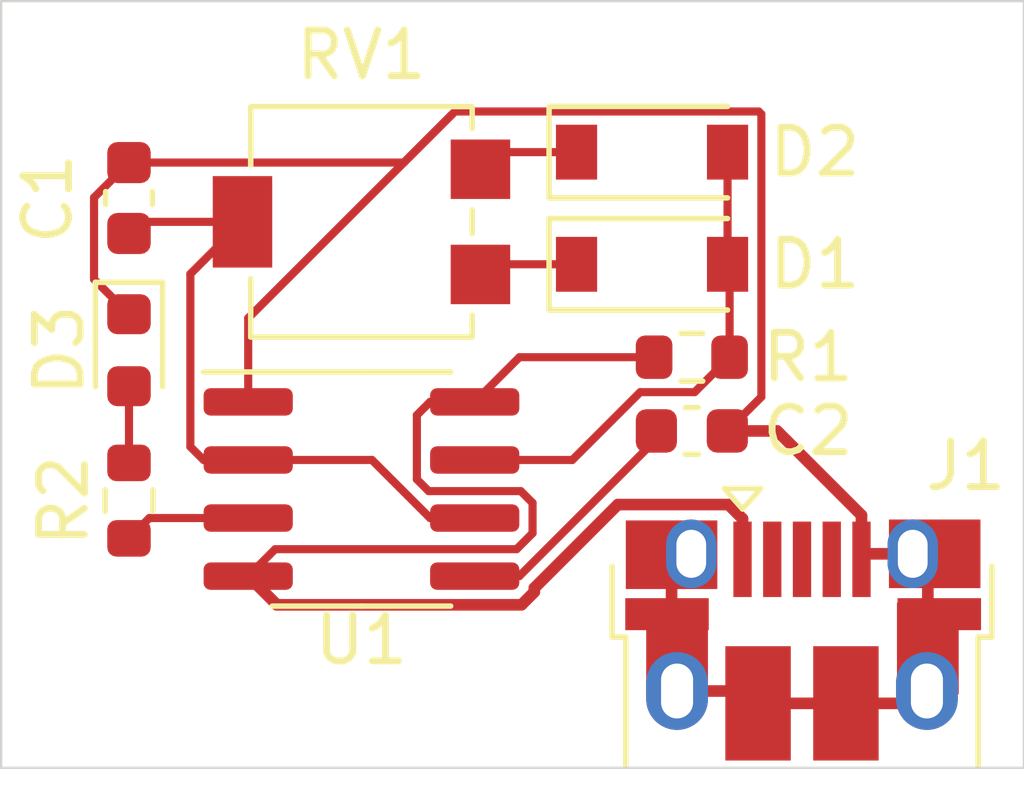
<source format=kicad_pcb>
(kicad_pcb (version 20171130) (host pcbnew "(5.1.8)-1")

  (general
    (thickness 1.6)
    (drawings 4)
    (tracks 82)
    (zones 0)
    (modules 10)
    (nets 13)
  )

  (page A4)
  (layers
    (0 F.Cu signal)
    (31 B.Cu signal)
    (32 B.Adhes user)
    (33 F.Adhes user)
    (34 B.Paste user)
    (35 F.Paste user)
    (36 B.SilkS user)
    (37 F.SilkS user)
    (38 B.Mask user)
    (39 F.Mask user)
    (40 Dwgs.User user)
    (41 Cmts.User user)
    (42 Eco1.User user)
    (43 Eco2.User user)
    (44 Edge.Cuts user)
    (45 Margin user)
    (46 B.CrtYd user)
    (47 F.CrtYd user)
    (48 B.Fab user hide)
    (49 F.Fab user hide)
  )

  (setup
    (last_trace_width 0.381)
    (user_trace_width 0.1524)
    (user_trace_width 0.1778)
    (user_trace_width 0.254)
    (user_trace_width 0.3048)
    (user_trace_width 0.381)
    (user_trace_width 0.508)
    (user_trace_width 0.635)
    (user_trace_width 0.889)
    (user_trace_width 1.016)
    (user_trace_width 1.27)
    (user_trace_width 1.905)
    (user_trace_width 2.54)
    (trace_clearance 0.2)
    (zone_clearance 0.508)
    (zone_45_only no)
    (trace_min 0.1)
    (via_size 0.8)
    (via_drill 0.4)
    (via_min_size 0.4)
    (via_min_drill 0.3)
    (user_via 0.6096 0.3048)
    (user_via 0.6604 0.3302)
    (user_via 0.889 0.381)
    (user_via 1.397 0.635)
    (uvia_size 0.3)
    (uvia_drill 0.1)
    (uvias_allowed no)
    (uvia_min_size 0.2)
    (uvia_min_drill 0.1)
    (edge_width 0.05)
    (segment_width 0.2)
    (pcb_text_width 0.3)
    (pcb_text_size 1.5 1.5)
    (mod_edge_width 0.12)
    (mod_text_size 1 1)
    (mod_text_width 0.15)
    (pad_size 1.524 1.524)
    (pad_drill 0.762)
    (pad_to_mask_clearance 0)
    (aux_axis_origin 0 0)
    (visible_elements FFFFFF7F)
    (pcbplotparams
      (layerselection 0x010fc_ffffffff)
      (usegerberextensions false)
      (usegerberattributes true)
      (usegerberadvancedattributes true)
      (creategerberjobfile true)
      (excludeedgelayer true)
      (linewidth 0.100000)
      (plotframeref false)
      (viasonmask false)
      (mode 1)
      (useauxorigin false)
      (hpglpennumber 1)
      (hpglpenspeed 20)
      (hpglpendiameter 15.000000)
      (psnegative false)
      (psa4output false)
      (plotreference true)
      (plotvalue true)
      (plotinvisibletext false)
      (padsonsilk false)
      (subtractmaskfromsilk false)
      (outputformat 1)
      (mirror false)
      (drillshape 1)
      (scaleselection 1)
      (outputdirectory ""))
  )

  (net 0 "")
  (net 1 "Net-(D1-Pad2)")
  (net 2 "Net-(D1-Pad1)")
  (net 3 "Net-(D3-Pad2)")
  (net 4 "Net-(D2-Pad1)")
  (net 5 GND)
  (net 6 "Net-(C1-Pad1)")
  (net 7 "Net-(C2-Pad1)")
  (net 8 +5V)
  (net 9 "Net-(R2-Pad1)")
  (net 10 "Net-(J1-Pad4)")
  (net 11 "Net-(J1-Pad3)")
  (net 12 "Net-(J1-Pad2)")

  (net_class Default "This is the default net class."
    (clearance 0.2)
    (trace_width 0.25)
    (via_dia 0.8)
    (via_drill 0.4)
    (uvia_dia 0.3)
    (uvia_drill 0.1)
    (add_net +5V)
    (add_net GND)
    (add_net "Net-(C1-Pad1)")
    (add_net "Net-(C2-Pad1)")
    (add_net "Net-(D1-Pad1)")
    (add_net "Net-(D1-Pad2)")
    (add_net "Net-(D2-Pad1)")
    (add_net "Net-(D3-Pad2)")
    (add_net "Net-(J1-Pad2)")
    (add_net "Net-(J1-Pad3)")
    (add_net "Net-(J1-Pad4)")
    (add_net "Net-(R2-Pad1)")
  )

  (module Connector_USB:USB_Micro-B_Amphenol_10103594-0001LF_Horizontal (layer F.Cu) (tedit 5A1DC0BD) (tstamp 61AAC584)
    (at 134.874 97.79)
    (descr "Micro USB Type B 10103594-0001LF, http://cdn.amphenol-icc.com/media/wysiwyg/files/drawing/10103594.pdf")
    (tags "USB USB_B USB_micro USB_OTG")
    (path /61AD994D)
    (attr smd)
    (fp_text reference J1 (at 3.556 -3.81) (layer F.SilkS)
      (effects (font (size 1 1) (thickness 0.15)))
    )
    (fp_text value USB_B_Micro (at -0.025 4.435) (layer F.Fab)
      (effects (font (size 1 1) (thickness 0.15)))
    )
    (fp_text user %R (at -0.025 -0.015) (layer F.Fab)
      (effects (font (size 1 1) (thickness 0.15)))
    )
    (fp_text user "PCB edge" (at -0.025 2.235) (layer Dwgs.User)
      (effects (font (size 0.5 0.5) (thickness 0.075)))
    )
    (fp_line (start -4.175 -0.065) (end -4.175 -1.615) (layer F.SilkS) (width 0.12))
    (fp_line (start -4.175 -0.065) (end -3.875 -0.065) (layer F.SilkS) (width 0.12))
    (fp_line (start -3.875 2.735) (end -3.875 -0.065) (layer F.SilkS) (width 0.12))
    (fp_line (start 4.125 -0.065) (end 4.125 -1.615) (layer F.SilkS) (width 0.12))
    (fp_line (start 3.825 -0.065) (end 4.125 -0.065) (layer F.SilkS) (width 0.12))
    (fp_line (start 3.825 2.735) (end 3.825 -0.065) (layer F.SilkS) (width 0.12))
    (fp_line (start -0.925 -3.315) (end -1.325 -2.865) (layer F.SilkS) (width 0.12))
    (fp_line (start -1.725 -3.315) (end -0.925 -3.315) (layer F.SilkS) (width 0.12))
    (fp_line (start -1.325 -2.865) (end -1.725 -3.315) (layer F.SilkS) (width 0.12))
    (fp_line (start -3.775 -0.865) (end -2.975 -1.615) (layer F.Fab) (width 0.12))
    (fp_line (start 3.725 3.335) (end -3.775 3.335) (layer F.Fab) (width 0.12))
    (fp_line (start 3.725 -1.615) (end 3.725 3.335) (layer F.Fab) (width 0.12))
    (fp_line (start -2.975 -1.615) (end 3.725 -1.615) (layer F.Fab) (width 0.12))
    (fp_line (start -3.775 3.335) (end -3.775 -0.865) (layer F.Fab) (width 0.12))
    (fp_line (start -4.025 2.835) (end 3.975 2.835) (layer Dwgs.User) (width 0.1))
    (fp_line (start -4.13 -2.88) (end 4.14 -2.88) (layer F.CrtYd) (width 0.05))
    (fp_line (start -4.13 -2.88) (end -4.13 3.58) (layer F.CrtYd) (width 0.05))
    (fp_line (start 4.14 3.58) (end 4.14 -2.88) (layer F.CrtYd) (width 0.05))
    (fp_line (start 4.14 3.58) (end -4.13 3.58) (layer F.CrtYd) (width 0.05))
    (pad 6 smd rect (at 0.935 1.385 90) (size 2.5 1.43) (layers F.Cu F.Paste F.Mask)
      (net 5 GND))
    (pad 6 smd rect (at -0.985 1.385 90) (size 2.5 1.43) (layers F.Cu F.Paste F.Mask)
      (net 5 GND))
    (pad 6 thru_hole oval (at 2.705 1.115 90) (size 1.7 1.35) (drill oval 1.2 0.7) (layers *.Cu *.Mask)
      (net 5 GND))
    (pad 6 thru_hole oval (at -2.755 1.115 90) (size 1.7 1.35) (drill oval 1.2 0.7) (layers *.Cu *.Mask)
      (net 5 GND))
    (pad 6 thru_hole oval (at 2.395 -1.885 90) (size 1.5 1.1) (drill oval 1.05 0.65) (layers *.Cu *.Mask)
      (net 5 GND))
    (pad 6 thru_hole oval (at -2.445 -1.885 90) (size 1.5 1.1) (drill oval 1.05 0.65) (layers *.Cu *.Mask)
      (net 5 GND))
    (pad 5 smd rect (at 1.275 -1.765 90) (size 1.65 0.4) (layers F.Cu F.Paste F.Mask)
      (net 5 GND))
    (pad 4 smd rect (at 0.625 -1.765 90) (size 1.65 0.4) (layers F.Cu F.Paste F.Mask)
      (net 10 "Net-(J1-Pad4)"))
    (pad 3 smd rect (at -0.025 -1.765 90) (size 1.65 0.4) (layers F.Cu F.Paste F.Mask)
      (net 11 "Net-(J1-Pad3)"))
    (pad 2 smd rect (at -0.675 -1.765 90) (size 1.65 0.4) (layers F.Cu F.Paste F.Mask)
      (net 12 "Net-(J1-Pad2)"))
    (pad 1 smd rect (at -1.325 -1.765 90) (size 1.65 0.4) (layers F.Cu F.Paste F.Mask)
      (net 8 +5V))
    (pad 6 smd rect (at 2.875 -1.885) (size 2 1.5) (layers F.Cu F.Paste F.Mask)
      (net 5 GND))
    (pad 6 smd rect (at -2.875 -1.865) (size 2 1.5) (layers F.Cu F.Paste F.Mask)
      (net 5 GND))
    (pad 6 smd rect (at 2.975 -0.565) (size 1.825 0.7) (layers F.Cu F.Paste F.Mask)
      (net 5 GND))
    (pad 6 smd rect (at -2.975 -0.565) (size 1.825 0.7) (layers F.Cu F.Paste F.Mask)
      (net 5 GND))
    (pad 6 smd rect (at -2.755 0.185) (size 1.35 2) (layers F.Cu F.Paste F.Mask)
      (net 5 GND))
    (pad 6 smd rect (at 2.725 0.185) (size 1.35 2) (layers F.Cu F.Paste F.Mask)
      (net 5 GND))
    (model ${KISYS3DMOD}/Connector_USB.3dshapes/USB_Micro-B_Amphenol_10103594-0001LF_Horizontal.wrl
      (at (xyz 0 0 0))
      (scale (xyz 1 1 1))
      (rotate (xyz 0 0 5))
    )
    (model ${KISYS3DMOD}/Connector_USB.3dshapes/USB_Micro-B_Molex_47346-0001.step
      (at (xyz 0 0 0))
      (scale (xyz 1 1 1))
      (rotate (xyz 0 0 0))
    )
  )

  (module LED_SMD:LED_0603_1608Metric (layer F.Cu) (tedit 5F68FEF1) (tstamp 61AAB5DF)
    (at 120.142 91.4535 270)
    (descr "LED SMD 0603 (1608 Metric), square (rectangular) end terminal, IPC_7351 nominal, (Body size source: http://www.tortai-tech.com/upload/download/2011102023233369053.pdf), generated with kicad-footprint-generator")
    (tags LED)
    (path /61AAC132)
    (attr smd)
    (fp_text reference D3 (at 0 1.524 90) (layer F.SilkS)
      (effects (font (size 1 1) (thickness 0.15)))
    )
    (fp_text value LED (at 0 1.43 90) (layer F.Fab)
      (effects (font (size 1 1) (thickness 0.15)))
    )
    (fp_text user %R (at 0 0 90) (layer F.Fab)
      (effects (font (size 0.4 0.4) (thickness 0.06)))
    )
    (fp_line (start 0.8 -0.4) (end -0.5 -0.4) (layer F.Fab) (width 0.1))
    (fp_line (start -0.5 -0.4) (end -0.8 -0.1) (layer F.Fab) (width 0.1))
    (fp_line (start -0.8 -0.1) (end -0.8 0.4) (layer F.Fab) (width 0.1))
    (fp_line (start -0.8 0.4) (end 0.8 0.4) (layer F.Fab) (width 0.1))
    (fp_line (start 0.8 0.4) (end 0.8 -0.4) (layer F.Fab) (width 0.1))
    (fp_line (start 0.8 -0.735) (end -1.485 -0.735) (layer F.SilkS) (width 0.12))
    (fp_line (start -1.485 -0.735) (end -1.485 0.735) (layer F.SilkS) (width 0.12))
    (fp_line (start -1.485 0.735) (end 0.8 0.735) (layer F.SilkS) (width 0.12))
    (fp_line (start -1.48 0.73) (end -1.48 -0.73) (layer F.CrtYd) (width 0.05))
    (fp_line (start -1.48 -0.73) (end 1.48 -0.73) (layer F.CrtYd) (width 0.05))
    (fp_line (start 1.48 -0.73) (end 1.48 0.73) (layer F.CrtYd) (width 0.05))
    (fp_line (start 1.48 0.73) (end -1.48 0.73) (layer F.CrtYd) (width 0.05))
    (pad 2 smd roundrect (at 0.7875 0 270) (size 0.875 0.95) (layers F.Cu F.Paste F.Mask) (roundrect_rratio 0.25)
      (net 3 "Net-(D3-Pad2)"))
    (pad 1 smd roundrect (at -0.7875 0 270) (size 0.875 0.95) (layers F.Cu F.Paste F.Mask) (roundrect_rratio 0.25)
      (net 5 GND))
    (model ${KISYS3DMOD}/LED_SMD.3dshapes/LED_0603_1608Metric.wrl
      (at (xyz 0 0 0))
      (scale (xyz 1 1 1))
      (rotate (xyz 0 0 0))
    )
  )

  (module Resistor_SMD:R_0603_1608Metric (layer F.Cu) (tedit 5F68FEEE) (tstamp 61AAB285)
    (at 120.142 94.742 90)
    (descr "Resistor SMD 0603 (1608 Metric), square (rectangular) end terminal, IPC_7351 nominal, (Body size source: IPC-SM-782 page 72, https://www.pcb-3d.com/wordpress/wp-content/uploads/ipc-sm-782a_amendment_1_and_2.pdf), generated with kicad-footprint-generator")
    (tags resistor)
    (path /61AC1093)
    (attr smd)
    (fp_text reference R2 (at 0 -1.43 90) (layer F.SilkS)
      (effects (font (size 1 1) (thickness 0.15)))
    )
    (fp_text value 390 (at 0 1.43 90) (layer F.Fab)
      (effects (font (size 1 1) (thickness 0.15)))
    )
    (fp_text user %R (at 0 0 90) (layer F.Fab)
      (effects (font (size 0.4 0.4) (thickness 0.06)))
    )
    (fp_line (start -0.8 0.4125) (end -0.8 -0.4125) (layer F.Fab) (width 0.1))
    (fp_line (start -0.8 -0.4125) (end 0.8 -0.4125) (layer F.Fab) (width 0.1))
    (fp_line (start 0.8 -0.4125) (end 0.8 0.4125) (layer F.Fab) (width 0.1))
    (fp_line (start 0.8 0.4125) (end -0.8 0.4125) (layer F.Fab) (width 0.1))
    (fp_line (start -0.237258 -0.5225) (end 0.237258 -0.5225) (layer F.SilkS) (width 0.12))
    (fp_line (start -0.237258 0.5225) (end 0.237258 0.5225) (layer F.SilkS) (width 0.12))
    (fp_line (start -1.48 0.73) (end -1.48 -0.73) (layer F.CrtYd) (width 0.05))
    (fp_line (start -1.48 -0.73) (end 1.48 -0.73) (layer F.CrtYd) (width 0.05))
    (fp_line (start 1.48 -0.73) (end 1.48 0.73) (layer F.CrtYd) (width 0.05))
    (fp_line (start 1.48 0.73) (end -1.48 0.73) (layer F.CrtYd) (width 0.05))
    (pad 2 smd roundrect (at 0.825 0 90) (size 0.8 0.95) (layers F.Cu F.Paste F.Mask) (roundrect_rratio 0.25)
      (net 3 "Net-(D3-Pad2)"))
    (pad 1 smd roundrect (at -0.825 0 90) (size 0.8 0.95) (layers F.Cu F.Paste F.Mask) (roundrect_rratio 0.25)
      (net 9 "Net-(R2-Pad1)"))
    (model ${KISYS3DMOD}/Resistor_SMD.3dshapes/R_0603_1608Metric.wrl
      (at (xyz 0 0 0))
      (scale (xyz 1 1 1))
      (rotate (xyz 0 0 0))
    )
  )

  (module Capacitor_SMD:C_0603_1608Metric (layer F.Cu) (tedit 5F68FEEE) (tstamp 61AAB204)
    (at 132.442 93.218)
    (descr "Capacitor SMD 0603 (1608 Metric), square (rectangular) end terminal, IPC_7351 nominal, (Body size source: IPC-SM-782 page 76, https://www.pcb-3d.com/wordpress/wp-content/uploads/ipc-sm-782a_amendment_1_and_2.pdf), generated with kicad-footprint-generator")
    (tags capacitor)
    (path /61AC6A0C)
    (attr smd)
    (fp_text reference C2 (at 2.54 0) (layer F.SilkS)
      (effects (font (size 1 1) (thickness 0.15)))
    )
    (fp_text value 100n (at 0 1.43) (layer F.Fab)
      (effects (font (size 1 1) (thickness 0.15)))
    )
    (fp_text user %R (at 0 0) (layer F.Fab)
      (effects (font (size 0.4 0.4) (thickness 0.06)))
    )
    (fp_line (start -0.8 0.4) (end -0.8 -0.4) (layer F.Fab) (width 0.1))
    (fp_line (start -0.8 -0.4) (end 0.8 -0.4) (layer F.Fab) (width 0.1))
    (fp_line (start 0.8 -0.4) (end 0.8 0.4) (layer F.Fab) (width 0.1))
    (fp_line (start 0.8 0.4) (end -0.8 0.4) (layer F.Fab) (width 0.1))
    (fp_line (start -0.14058 -0.51) (end 0.14058 -0.51) (layer F.SilkS) (width 0.12))
    (fp_line (start -0.14058 0.51) (end 0.14058 0.51) (layer F.SilkS) (width 0.12))
    (fp_line (start -1.48 0.73) (end -1.48 -0.73) (layer F.CrtYd) (width 0.05))
    (fp_line (start -1.48 -0.73) (end 1.48 -0.73) (layer F.CrtYd) (width 0.05))
    (fp_line (start 1.48 -0.73) (end 1.48 0.73) (layer F.CrtYd) (width 0.05))
    (fp_line (start 1.48 0.73) (end -1.48 0.73) (layer F.CrtYd) (width 0.05))
    (pad 2 smd roundrect (at 0.775 0) (size 0.9 0.95) (layers F.Cu F.Paste F.Mask) (roundrect_rratio 0.25)
      (net 5 GND))
    (pad 1 smd roundrect (at -0.775 0) (size 0.9 0.95) (layers F.Cu F.Paste F.Mask) (roundrect_rratio 0.25)
      (net 7 "Net-(C2-Pad1)"))
    (model ${KISYS3DMOD}/Capacitor_SMD.3dshapes/C_0603_1608Metric.wrl
      (at (xyz 0 0 0))
      (scale (xyz 1 1 1))
      (rotate (xyz 0 0 0))
    )
  )

  (module Capacitor_SMD:C_0603_1608Metric (layer F.Cu) (tedit 5F68FEEE) (tstamp 61AAB1F3)
    (at 120.142 88.125 90)
    (descr "Capacitor SMD 0603 (1608 Metric), square (rectangular) end terminal, IPC_7351 nominal, (Body size source: IPC-SM-782 page 76, https://www.pcb-3d.com/wordpress/wp-content/uploads/ipc-sm-782a_amendment_1_and_2.pdf), generated with kicad-footprint-generator")
    (tags capacitor)
    (path /61AAC70B)
    (attr smd)
    (fp_text reference C1 (at -0.013 -1.778 90) (layer F.SilkS)
      (effects (font (size 1 1) (thickness 0.15)))
    )
    (fp_text value 100n (at 0 1.43 90) (layer F.Fab)
      (effects (font (size 1 1) (thickness 0.15)))
    )
    (fp_text user %R (at 0 0 90) (layer F.Fab)
      (effects (font (size 0.4 0.4) (thickness 0.06)))
    )
    (fp_line (start -0.8 0.4) (end -0.8 -0.4) (layer F.Fab) (width 0.1))
    (fp_line (start -0.8 -0.4) (end 0.8 -0.4) (layer F.Fab) (width 0.1))
    (fp_line (start 0.8 -0.4) (end 0.8 0.4) (layer F.Fab) (width 0.1))
    (fp_line (start 0.8 0.4) (end -0.8 0.4) (layer F.Fab) (width 0.1))
    (fp_line (start -0.14058 -0.51) (end 0.14058 -0.51) (layer F.SilkS) (width 0.12))
    (fp_line (start -0.14058 0.51) (end 0.14058 0.51) (layer F.SilkS) (width 0.12))
    (fp_line (start -1.48 0.73) (end -1.48 -0.73) (layer F.CrtYd) (width 0.05))
    (fp_line (start -1.48 -0.73) (end 1.48 -0.73) (layer F.CrtYd) (width 0.05))
    (fp_line (start 1.48 -0.73) (end 1.48 0.73) (layer F.CrtYd) (width 0.05))
    (fp_line (start 1.48 0.73) (end -1.48 0.73) (layer F.CrtYd) (width 0.05))
    (pad 2 smd roundrect (at 0.775 0 90) (size 0.9 0.95) (layers F.Cu F.Paste F.Mask) (roundrect_rratio 0.25)
      (net 5 GND))
    (pad 1 smd roundrect (at -0.775 0 90) (size 0.9 0.95) (layers F.Cu F.Paste F.Mask) (roundrect_rratio 0.25)
      (net 6 "Net-(C1-Pad1)"))
    (model ${KISYS3DMOD}/Capacitor_SMD.3dshapes/C_0603_1608Metric.wrl
      (at (xyz 0 0 0))
      (scale (xyz 1 1 1))
      (rotate (xyz 0 0 0))
    )
  )

  (module Potentiometer_SMD:Potentiometer_Bourns_3224G_Horizontal (layer F.Cu) (tedit 5A3D7171) (tstamp 61AAAE18)
    (at 125.222 88.646)
    (descr "Potentiometer, horizontal, Bourns 3224G, https://www.bourns.com/docs/Product-Datasheets/3224.pdf")
    (tags "Potentiometer horizontal Bourns 3224G")
    (path /61AACC47)
    (attr smd)
    (fp_text reference RV1 (at 0 -3.65) (layer F.SilkS)
      (effects (font (size 1 1) (thickness 0.15)))
    )
    (fp_text value 50k (at 0 3.65) (layer F.Fab)
      (effects (font (size 1 1) (thickness 0.15)))
    )
    (fp_text user %R (at 0 0) (layer F.Fab)
      (effects (font (size 1 1) (thickness 0.15)))
    )
    (fp_line (start -2.3 -2.4) (end -2.3 2.4) (layer F.Fab) (width 0.1))
    (fp_line (start -2.3 2.4) (end 2.3 2.4) (layer F.Fab) (width 0.1))
    (fp_line (start 2.3 2.4) (end 2.3 -2.4) (layer F.Fab) (width 0.1))
    (fp_line (start 2.3 -2.4) (end -2.3 -2.4) (layer F.Fab) (width 0.1))
    (fp_line (start -2.3 -2.02) (end -2.3 -0.24) (layer F.Fab) (width 0.1))
    (fp_line (start -2.3 -0.24) (end -2.3 -0.24) (layer F.Fab) (width 0.1))
    (fp_line (start -2.3 -0.24) (end -2.3 -2.02) (layer F.Fab) (width 0.1))
    (fp_line (start -2.3 -2.02) (end -2.3 -2.02) (layer F.Fab) (width 0.1))
    (fp_line (start -2.3 -1.13) (end -2.3 -1.13) (layer F.Fab) (width 0.1))
    (fp_line (start -2.42 -2.52) (end 2.42 -2.52) (layer F.SilkS) (width 0.12))
    (fp_line (start -2.42 2.52) (end 2.42 2.52) (layer F.SilkS) (width 0.12))
    (fp_line (start -2.42 -2.52) (end -2.42 -1.24) (layer F.SilkS) (width 0.12))
    (fp_line (start -2.42 1.24) (end -2.42 2.52) (layer F.SilkS) (width 0.12))
    (fp_line (start 2.42 -2.52) (end 2.42 -2.04) (layer F.SilkS) (width 0.12))
    (fp_line (start 2.42 -0.26) (end 2.42 0.26) (layer F.SilkS) (width 0.12))
    (fp_line (start 2.42 2.04) (end 2.42 2.52) (layer F.SilkS) (width 0.12))
    (fp_line (start -2.42 -2.14) (end -2.42 -2.14) (layer F.SilkS) (width 0.12))
    (fp_line (start -2.42 -2.14) (end -2.42 -1.24) (layer F.SilkS) (width 0.12))
    (fp_line (start -2.42 -2.14) (end -2.42 -1.24) (layer F.SilkS) (width 0.12))
    (fp_line (start -3.5 -2.65) (end -3.5 2.65) (layer F.CrtYd) (width 0.05))
    (fp_line (start -3.5 2.65) (end 3.5 2.65) (layer F.CrtYd) (width 0.05))
    (fp_line (start 3.5 2.65) (end 3.5 -2.65) (layer F.CrtYd) (width 0.05))
    (fp_line (start 3.5 -2.65) (end -3.5 -2.65) (layer F.CrtYd) (width 0.05))
    (pad 3 smd rect (at 2.6 1.15) (size 1.3 1.3) (layers F.Cu F.Paste F.Mask)
      (net 2 "Net-(D1-Pad1)"))
    (pad 2 smd rect (at -2.6 0) (size 1.3 2) (layers F.Cu F.Paste F.Mask)
      (net 6 "Net-(C1-Pad1)"))
    (pad 1 smd rect (at 2.6 -1.15) (size 1.3 1.3) (layers F.Cu F.Paste F.Mask)
      (net 4 "Net-(D2-Pad1)"))
    (model ${KISYS3DMOD}/Potentiometer_SMD.3dshapes/Potentiometer_Bourns_3224G_Horizontal.wrl
      (at (xyz 0 0 0))
      (scale (xyz 1 1 1))
      (rotate (xyz 0 0 0))
    )
    (model ${KISYS3DMOD}/Potentiometer_SMD.3dshapes/Potentiometer_Bourns_3314J_Vertical.step
      (at (xyz 0 0 0))
      (scale (xyz 1 1 1))
      (rotate (xyz 0 0 90))
    )
  )

  (module Diode_SMD:D_SOD-123 (layer F.Cu) (tedit 58645DC7) (tstamp 61AAADD9)
    (at 131.572 87.122)
    (descr SOD-123)
    (tags SOD-123)
    (path /61AB2D2D)
    (attr smd)
    (fp_text reference D2 (at 3.556 0) (layer F.SilkS)
      (effects (font (size 1 1) (thickness 0.15)))
    )
    (fp_text value 1N4148W (at 0 2.1) (layer F.Fab)
      (effects (font (size 1 1) (thickness 0.15)))
    )
    (fp_text user %R (at 0 -2) (layer F.Fab)
      (effects (font (size 1 1) (thickness 0.15)))
    )
    (fp_line (start -2.25 -1) (end -2.25 1) (layer F.SilkS) (width 0.12))
    (fp_line (start 0.25 0) (end 0.75 0) (layer F.Fab) (width 0.1))
    (fp_line (start 0.25 0.4) (end -0.35 0) (layer F.Fab) (width 0.1))
    (fp_line (start 0.25 -0.4) (end 0.25 0.4) (layer F.Fab) (width 0.1))
    (fp_line (start -0.35 0) (end 0.25 -0.4) (layer F.Fab) (width 0.1))
    (fp_line (start -0.35 0) (end -0.35 0.55) (layer F.Fab) (width 0.1))
    (fp_line (start -0.35 0) (end -0.35 -0.55) (layer F.Fab) (width 0.1))
    (fp_line (start -0.75 0) (end -0.35 0) (layer F.Fab) (width 0.1))
    (fp_line (start -1.4 0.9) (end -1.4 -0.9) (layer F.Fab) (width 0.1))
    (fp_line (start 1.4 0.9) (end -1.4 0.9) (layer F.Fab) (width 0.1))
    (fp_line (start 1.4 -0.9) (end 1.4 0.9) (layer F.Fab) (width 0.1))
    (fp_line (start -1.4 -0.9) (end 1.4 -0.9) (layer F.Fab) (width 0.1))
    (fp_line (start -2.35 -1.15) (end 2.35 -1.15) (layer F.CrtYd) (width 0.05))
    (fp_line (start 2.35 -1.15) (end 2.35 1.15) (layer F.CrtYd) (width 0.05))
    (fp_line (start 2.35 1.15) (end -2.35 1.15) (layer F.CrtYd) (width 0.05))
    (fp_line (start -2.35 -1.15) (end -2.35 1.15) (layer F.CrtYd) (width 0.05))
    (fp_line (start -2.25 1) (end 1.65 1) (layer F.SilkS) (width 0.12))
    (fp_line (start -2.25 -1) (end 1.65 -1) (layer F.SilkS) (width 0.12))
    (pad 2 smd rect (at 1.65 0) (size 0.9 1.2) (layers F.Cu F.Paste F.Mask)
      (net 1 "Net-(D1-Pad2)"))
    (pad 1 smd rect (at -1.65 0) (size 0.9 1.2) (layers F.Cu F.Paste F.Mask)
      (net 4 "Net-(D2-Pad1)"))
    (model ${KISYS3DMOD}/Diode_SMD.3dshapes/D_SOD-123.wrl
      (at (xyz 0 0 0))
      (scale (xyz 1 1 1))
      (rotate (xyz 0 0 0))
    )
  )

  (module Diode_SMD:D_SOD-123 (layer F.Cu) (tedit 58645DC7) (tstamp 61AAAB9C)
    (at 131.572 89.574)
    (descr SOD-123)
    (tags SOD-123)
    (path /61AB1F91)
    (attr smd)
    (fp_text reference D1 (at 3.556 0) (layer F.SilkS)
      (effects (font (size 1 1) (thickness 0.15)))
    )
    (fp_text value 1N4148W (at 0 2.1) (layer F.Fab)
      (effects (font (size 1 1) (thickness 0.15)))
    )
    (fp_text user %R (at 0 -2) (layer F.Fab)
      (effects (font (size 1 1) (thickness 0.15)))
    )
    (fp_line (start -2.25 -1) (end -2.25 1) (layer F.SilkS) (width 0.12))
    (fp_line (start 0.25 0) (end 0.75 0) (layer F.Fab) (width 0.1))
    (fp_line (start 0.25 0.4) (end -0.35 0) (layer F.Fab) (width 0.1))
    (fp_line (start 0.25 -0.4) (end 0.25 0.4) (layer F.Fab) (width 0.1))
    (fp_line (start -0.35 0) (end 0.25 -0.4) (layer F.Fab) (width 0.1))
    (fp_line (start -0.35 0) (end -0.35 0.55) (layer F.Fab) (width 0.1))
    (fp_line (start -0.35 0) (end -0.35 -0.55) (layer F.Fab) (width 0.1))
    (fp_line (start -0.75 0) (end -0.35 0) (layer F.Fab) (width 0.1))
    (fp_line (start -1.4 0.9) (end -1.4 -0.9) (layer F.Fab) (width 0.1))
    (fp_line (start 1.4 0.9) (end -1.4 0.9) (layer F.Fab) (width 0.1))
    (fp_line (start 1.4 -0.9) (end 1.4 0.9) (layer F.Fab) (width 0.1))
    (fp_line (start -1.4 -0.9) (end 1.4 -0.9) (layer F.Fab) (width 0.1))
    (fp_line (start -2.35 -1.15) (end 2.35 -1.15) (layer F.CrtYd) (width 0.05))
    (fp_line (start 2.35 -1.15) (end 2.35 1.15) (layer F.CrtYd) (width 0.05))
    (fp_line (start 2.35 1.15) (end -2.35 1.15) (layer F.CrtYd) (width 0.05))
    (fp_line (start -2.35 -1.15) (end -2.35 1.15) (layer F.CrtYd) (width 0.05))
    (fp_line (start -2.25 1) (end 1.65 1) (layer F.SilkS) (width 0.12))
    (fp_line (start -2.25 -1) (end 1.65 -1) (layer F.SilkS) (width 0.12))
    (pad 2 smd rect (at 1.65 0) (size 0.9 1.2) (layers F.Cu F.Paste F.Mask)
      (net 1 "Net-(D1-Pad2)"))
    (pad 1 smd rect (at -1.65 0) (size 0.9 1.2) (layers F.Cu F.Paste F.Mask)
      (net 2 "Net-(D1-Pad1)"))
    (model ${KISYS3DMOD}/Diode_SMD.3dshapes/D_SOD-123.wrl
      (at (xyz 0 0 0))
      (scale (xyz 1 1 1))
      (rotate (xyz 0 0 0))
    )
  )

  (module Package_SO:SOIC-8_3.9x4.9mm_P1.27mm (layer F.Cu) (tedit 5D9F72B1) (tstamp 61AAA9A4)
    (at 125.222 94.488)
    (descr "SOIC, 8 Pin (JEDEC MS-012AA, https://www.analog.com/media/en/package-pcb-resources/package/pkg_pdf/soic_narrow-r/r_8.pdf), generated with kicad-footprint-generator ipc_gullwing_generator.py")
    (tags "SOIC SO")
    (path /61AAA504)
    (attr smd)
    (fp_text reference U1 (at 0 3.302) (layer F.SilkS)
      (effects (font (size 1 1) (thickness 0.15)))
    )
    (fp_text value LM555xM (at 0 3.4) (layer F.Fab)
      (effects (font (size 1 1) (thickness 0.15)))
    )
    (fp_text user %R (at 0 0) (layer F.Fab)
      (effects (font (size 0.98 0.98) (thickness 0.15)))
    )
    (fp_line (start 0 2.56) (end 1.95 2.56) (layer F.SilkS) (width 0.12))
    (fp_line (start 0 2.56) (end -1.95 2.56) (layer F.SilkS) (width 0.12))
    (fp_line (start 0 -2.56) (end 1.95 -2.56) (layer F.SilkS) (width 0.12))
    (fp_line (start 0 -2.56) (end -3.45 -2.56) (layer F.SilkS) (width 0.12))
    (fp_line (start -0.975 -2.45) (end 1.95 -2.45) (layer F.Fab) (width 0.1))
    (fp_line (start 1.95 -2.45) (end 1.95 2.45) (layer F.Fab) (width 0.1))
    (fp_line (start 1.95 2.45) (end -1.95 2.45) (layer F.Fab) (width 0.1))
    (fp_line (start -1.95 2.45) (end -1.95 -1.475) (layer F.Fab) (width 0.1))
    (fp_line (start -1.95 -1.475) (end -0.975 -2.45) (layer F.Fab) (width 0.1))
    (fp_line (start -3.7 -2.7) (end -3.7 2.7) (layer F.CrtYd) (width 0.05))
    (fp_line (start -3.7 2.7) (end 3.7 2.7) (layer F.CrtYd) (width 0.05))
    (fp_line (start 3.7 2.7) (end 3.7 -2.7) (layer F.CrtYd) (width 0.05))
    (fp_line (start 3.7 -2.7) (end -3.7 -2.7) (layer F.CrtYd) (width 0.05))
    (pad 8 smd roundrect (at 2.475 -1.905) (size 1.95 0.6) (layers F.Cu F.Paste F.Mask) (roundrect_rratio 0.25)
      (net 8 +5V))
    (pad 7 smd roundrect (at 2.475 -0.635) (size 1.95 0.6) (layers F.Cu F.Paste F.Mask) (roundrect_rratio 0.25)
      (net 1 "Net-(D1-Pad2)"))
    (pad 6 smd roundrect (at 2.475 0.635) (size 1.95 0.6) (layers F.Cu F.Paste F.Mask) (roundrect_rratio 0.25)
      (net 6 "Net-(C1-Pad1)"))
    (pad 5 smd roundrect (at 2.475 1.905) (size 1.95 0.6) (layers F.Cu F.Paste F.Mask) (roundrect_rratio 0.25)
      (net 7 "Net-(C2-Pad1)"))
    (pad 4 smd roundrect (at -2.475 1.905) (size 1.95 0.6) (layers F.Cu F.Paste F.Mask) (roundrect_rratio 0.25)
      (net 8 +5V))
    (pad 3 smd roundrect (at -2.475 0.635) (size 1.95 0.6) (layers F.Cu F.Paste F.Mask) (roundrect_rratio 0.25)
      (net 9 "Net-(R2-Pad1)"))
    (pad 2 smd roundrect (at -2.475 -0.635) (size 1.95 0.6) (layers F.Cu F.Paste F.Mask) (roundrect_rratio 0.25)
      (net 6 "Net-(C1-Pad1)"))
    (pad 1 smd roundrect (at -2.475 -1.905) (size 1.95 0.6) (layers F.Cu F.Paste F.Mask) (roundrect_rratio 0.25)
      (net 5 GND))
    (model ${KISYS3DMOD}/Package_SO.3dshapes/SOIC-8_3.9x4.9mm_P1.27mm.wrl
      (at (xyz 0 0 0))
      (scale (xyz 1 1 1))
      (rotate (xyz 0 0 0))
    )
  )

  (module Resistor_SMD:R_0603_1608Metric (layer F.Cu) (tedit 5F68FEEE) (tstamp 61AAA98A)
    (at 132.442 91.606)
    (descr "Resistor SMD 0603 (1608 Metric), square (rectangular) end terminal, IPC_7351 nominal, (Body size source: IPC-SM-782 page 72, https://www.pcb-3d.com/wordpress/wp-content/uploads/ipc-sm-782a_amendment_1_and_2.pdf), generated with kicad-footprint-generator")
    (tags resistor)
    (path /61AAF4BB)
    (attr smd)
    (fp_text reference R1 (at 2.54 0) (layer F.SilkS)
      (effects (font (size 1 1) (thickness 0.15)))
    )
    (fp_text value 1k (at 0 1.43) (layer F.Fab)
      (effects (font (size 1 1) (thickness 0.15)))
    )
    (fp_text user %R (at 0 0) (layer F.Fab)
      (effects (font (size 0.4 0.4) (thickness 0.06)))
    )
    (fp_line (start -0.8 0.4125) (end -0.8 -0.4125) (layer F.Fab) (width 0.1))
    (fp_line (start -0.8 -0.4125) (end 0.8 -0.4125) (layer F.Fab) (width 0.1))
    (fp_line (start 0.8 -0.4125) (end 0.8 0.4125) (layer F.Fab) (width 0.1))
    (fp_line (start 0.8 0.4125) (end -0.8 0.4125) (layer F.Fab) (width 0.1))
    (fp_line (start -0.237258 -0.5225) (end 0.237258 -0.5225) (layer F.SilkS) (width 0.12))
    (fp_line (start -0.237258 0.5225) (end 0.237258 0.5225) (layer F.SilkS) (width 0.12))
    (fp_line (start -1.48 0.73) (end -1.48 -0.73) (layer F.CrtYd) (width 0.05))
    (fp_line (start -1.48 -0.73) (end 1.48 -0.73) (layer F.CrtYd) (width 0.05))
    (fp_line (start 1.48 -0.73) (end 1.48 0.73) (layer F.CrtYd) (width 0.05))
    (fp_line (start 1.48 0.73) (end -1.48 0.73) (layer F.CrtYd) (width 0.05))
    (pad 2 smd roundrect (at 0.825 0) (size 0.8 0.95) (layers F.Cu F.Paste F.Mask) (roundrect_rratio 0.25)
      (net 1 "Net-(D1-Pad2)"))
    (pad 1 smd roundrect (at -0.825 0) (size 0.8 0.95) (layers F.Cu F.Paste F.Mask) (roundrect_rratio 0.25)
      (net 8 +5V))
    (model ${KISYS3DMOD}/Resistor_SMD.3dshapes/R_0603_1608Metric.wrl
      (at (xyz 0 0 0))
      (scale (xyz 1 1 1))
      (rotate (xyz 0 0 0))
    )
  )

  (gr_line (start 117.348 100.584) (end 117.348 83.82) (layer Edge.Cuts) (width 0.05))
  (gr_line (start 139.7 100.584) (end 117.348 100.584) (layer Edge.Cuts) (width 0.05))
  (gr_line (start 139.7 83.82) (end 139.7 100.584) (layer Edge.Cuts) (width 0.05))
  (gr_line (start 117.348 83.82) (end 139.7 83.82) (layer Edge.Cuts) (width 0.05) (tstamp 61AACF08))

  (segment (start 132.50309 92.36991) (end 133.267 91.606) (width 0.1778) (layer F.Cu) (net 1))
  (segment (start 131.31331 92.36991) (end 132.50309 92.36991) (width 0.1778) (layer F.Cu) (net 1))
  (segment (start 129.83022 93.853) (end 131.31331 92.36991) (width 0.1778) (layer F.Cu) (net 1))
  (segment (start 127.697 93.853) (end 129.83022 93.853) (width 0.1778) (layer F.Cu) (net 1))
  (segment (start 133.267 89.619) (end 133.222 89.574) (width 0.1778) (layer F.Cu) (net 1))
  (segment (start 133.267 91.606) (end 133.267 89.619) (width 0.1778) (layer F.Cu) (net 1))
  (segment (start 133.222 89.574) (end 133.222 87.122) (width 0.1778) (layer F.Cu) (net 1))
  (segment (start 128.044 89.574) (end 127.822 89.796) (width 0.1778) (layer F.Cu) (net 2))
  (segment (start 129.922 89.574) (end 128.044 89.574) (width 0.1778) (layer F.Cu) (net 2))
  (segment (start 120.142 93.917) (end 120.142 92.241) (width 0.1778) (layer F.Cu) (net 3))
  (segment (start 128.196 87.122) (end 127.822 87.496) (width 0.1778) (layer F.Cu) (net 4))
  (segment (start 129.922 87.122) (end 128.196 87.122) (width 0.1778) (layer F.Cu) (net 4))
  (segment (start 119.37809 89.90209) (end 120.142 90.666) (width 0.1778) (layer F.Cu) (net 5))
  (segment (start 119.37809 88.11391) (end 119.37809 89.90209) (width 0.1778) (layer F.Cu) (net 5))
  (segment (start 120.142 87.35) (end 119.37809 88.11391) (width 0.1778) (layer F.Cu) (net 5))
  (segment (start 122.747 90.750978) (end 122.747 92.583) (width 0.1778) (layer F.Cu) (net 5))
  (segment (start 133.903121 86.233099) (end 127.264879 86.233099) (width 0.1778) (layer F.Cu) (net 5))
  (segment (start 133.960901 86.290879) (end 133.903121 86.233099) (width 0.1778) (layer F.Cu) (net 5))
  (segment (start 133.960901 92.474099) (end 133.960901 86.290879) (width 0.1778) (layer F.Cu) (net 5))
  (segment (start 133.217 93.218) (end 133.960901 92.474099) (width 0.1778) (layer F.Cu) (net 5))
  (segment (start 120.142 87.35) (end 126.147978 87.35) (width 0.1778) (layer F.Cu) (net 5))
  (segment (start 127.195989 86.301989) (end 122.747 90.750978) (width 0.1778) (layer F.Cu) (net 5))
  (segment (start 126.147978 87.35) (end 127.195989 86.301989) (width 0.1778) (layer F.Cu) (net 5))
  (segment (start 127.264879 86.233099) (end 127.195989 86.301989) (width 0.1778) (layer F.Cu) (net 5))
  (segment (start 133.619 98.905) (end 133.889 99.175) (width 0.254) (layer F.Cu) (net 5))
  (segment (start 132.119 98.905) (end 133.619 98.905) (width 0.254) (layer F.Cu) (net 5))
  (segment (start 133.889 99.175) (end 135.809 99.175) (width 0.254) (layer F.Cu) (net 5))
  (segment (start 137.309 99.175) (end 137.579 98.905) (width 0.254) (layer F.Cu) (net 5))
  (segment (start 135.809 99.175) (end 137.309 99.175) (width 0.254) (layer F.Cu) (net 5))
  (segment (start 137.579 97.995) (end 137.599 97.975) (width 0.254) (layer F.Cu) (net 5))
  (segment (start 137.579 98.905) (end 137.579 97.995) (width 0.254) (layer F.Cu) (net 5))
  (segment (start 137.599 97.475) (end 137.849 97.225) (width 0.254) (layer F.Cu) (net 5))
  (segment (start 137.599 97.975) (end 137.599 97.475) (width 0.254) (layer F.Cu) (net 5))
  (segment (start 137.599 96.055) (end 137.749 95.905) (width 0.254) (layer F.Cu) (net 5))
  (segment (start 137.599 97.975) (end 137.599 96.055) (width 0.254) (layer F.Cu) (net 5))
  (segment (start 137.269 95.905) (end 137.749 95.905) (width 0.254) (layer F.Cu) (net 5))
  (segment (start 136.269 95.905) (end 136.149 96.025) (width 0.254) (layer F.Cu) (net 5))
  (segment (start 137.269 95.905) (end 136.269 95.905) (width 0.254) (layer F.Cu) (net 5))
  (segment (start 132.409 95.925) (end 132.429 95.905) (width 0.254) (layer F.Cu) (net 5))
  (segment (start 131.999 95.925) (end 132.409 95.925) (width 0.254) (layer F.Cu) (net 5))
  (segment (start 131.999 97.125) (end 131.899 97.225) (width 0.254) (layer F.Cu) (net 5))
  (segment (start 131.999 95.925) (end 131.999 97.125) (width 0.254) (layer F.Cu) (net 5))
  (segment (start 131.899 97.755) (end 132.119 97.975) (width 0.254) (layer F.Cu) (net 5))
  (segment (start 131.899 97.225) (end 131.899 97.755) (width 0.254) (layer F.Cu) (net 5))
  (segment (start 132.119 97.975) (end 132.119 98.905) (width 0.254) (layer F.Cu) (net 5))
  (segment (start 133.217 93.218) (end 134.305602 93.218) (width 0.254) (layer F.Cu) (net 5))
  (segment (start 136.149 95.061398) (end 136.149 96.025) (width 0.254) (layer F.Cu) (net 5))
  (segment (start 134.305602 93.218) (end 136.149 95.061398) (width 0.254) (layer F.Cu) (net 5))
  (segment (start 125.452 93.853) (end 122.747 93.853) (width 0.1778) (layer F.Cu) (net 6))
  (segment (start 126.722 95.123) (end 125.452 93.853) (width 0.1778) (layer F.Cu) (net 6))
  (segment (start 127.697 95.123) (end 126.722 95.123) (width 0.1778) (layer F.Cu) (net 6))
  (segment (start 121.48309 89.78491) (end 122.622 88.646) (width 0.1778) (layer F.Cu) (net 6))
  (segment (start 121.48309 93.56409) (end 121.48309 89.78491) (width 0.1778) (layer F.Cu) (net 6))
  (segment (start 121.772 93.853) (end 121.48309 93.56409) (width 0.1778) (layer F.Cu) (net 6))
  (segment (start 122.747 93.853) (end 121.772 93.853) (width 0.1778) (layer F.Cu) (net 6))
  (segment (start 120.396 88.646) (end 120.142 88.9) (width 0.1778) (layer F.Cu) (net 6))
  (segment (start 122.622 88.646) (end 120.396 88.646) (width 0.1778) (layer F.Cu) (net 6))
  (segment (start 131.667 93.398) (end 131.667 93.218) (width 0.1778) (layer F.Cu) (net 7))
  (segment (start 128.672 96.393) (end 131.667 93.398) (width 0.1778) (layer F.Cu) (net 7))
  (segment (start 127.697 96.393) (end 128.672 96.393) (width 0.1778) (layer F.Cu) (net 7))
  (segment (start 128.674 91.606) (end 127.697 92.583) (width 0.1778) (layer F.Cu) (net 8))
  (segment (start 131.617 91.606) (end 128.674 91.606) (width 0.1778) (layer F.Cu) (net 8))
  (segment (start 123.33591 95.80409) (end 122.747 96.393) (width 0.1778) (layer F.Cu) (net 8))
  (segment (start 128.611624 95.80409) (end 123.33591 95.80409) (width 0.1778) (layer F.Cu) (net 8))
  (segment (start 128.96091 95.454804) (end 128.611624 95.80409) (width 0.1778) (layer F.Cu) (net 8))
  (segment (start 128.96091 94.791196) (end 128.96091 95.454804) (width 0.1778) (layer F.Cu) (net 8))
  (segment (start 128.703804 94.53409) (end 128.96091 94.791196) (width 0.1778) (layer F.Cu) (net 8))
  (segment (start 126.690196 94.53409) (end 128.703804 94.53409) (width 0.1778) (layer F.Cu) (net 8))
  (segment (start 126.43309 94.276984) (end 126.690196 94.53409) (width 0.1778) (layer F.Cu) (net 8))
  (segment (start 126.43309 92.87191) (end 126.43309 94.276984) (width 0.1778) (layer F.Cu) (net 8))
  (segment (start 126.722 92.583) (end 126.43309 92.87191) (width 0.1778) (layer F.Cu) (net 8))
  (segment (start 127.697 92.583) (end 126.722 92.583) (width 0.1778) (layer F.Cu) (net 8))
  (segment (start 123.37401 97.02001) (end 122.747 96.393) (width 0.254) (layer F.Cu) (net 8))
  (segment (start 128.719586 97.02001) (end 123.37401 97.02001) (width 0.254) (layer F.Cu) (net 8))
  (segment (start 128.99901 96.740586) (end 128.719586 97.02001) (width 0.254) (layer F.Cu) (net 8))
  (segment (start 128.99901 96.654175) (end 128.99901 96.740586) (width 0.254) (layer F.Cu) (net 8))
  (segment (start 130.825195 94.82799) (end 128.99901 96.654175) (width 0.254) (layer F.Cu) (net 8))
  (segment (start 133.240592 94.82799) (end 130.825195 94.82799) (width 0.254) (layer F.Cu) (net 8))
  (segment (start 133.549 95.136398) (end 133.240592 94.82799) (width 0.254) (layer F.Cu) (net 8))
  (segment (start 133.549 96.025) (end 133.549 95.136398) (width 0.254) (layer F.Cu) (net 8))
  (segment (start 120.586 95.123) (end 120.142 95.567) (width 0.1778) (layer F.Cu) (net 9))
  (segment (start 122.747 95.123) (end 120.586 95.123) (width 0.1778) (layer F.Cu) (net 9))

)

</source>
